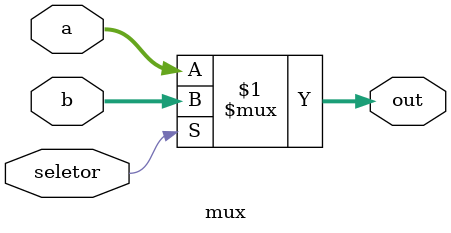
<source format=v>
module mux(
	input [31:0] a, b,
	input seletor,
	output [31:0] out
);

assign out = seletor ? b : a;

endmodule


</source>
